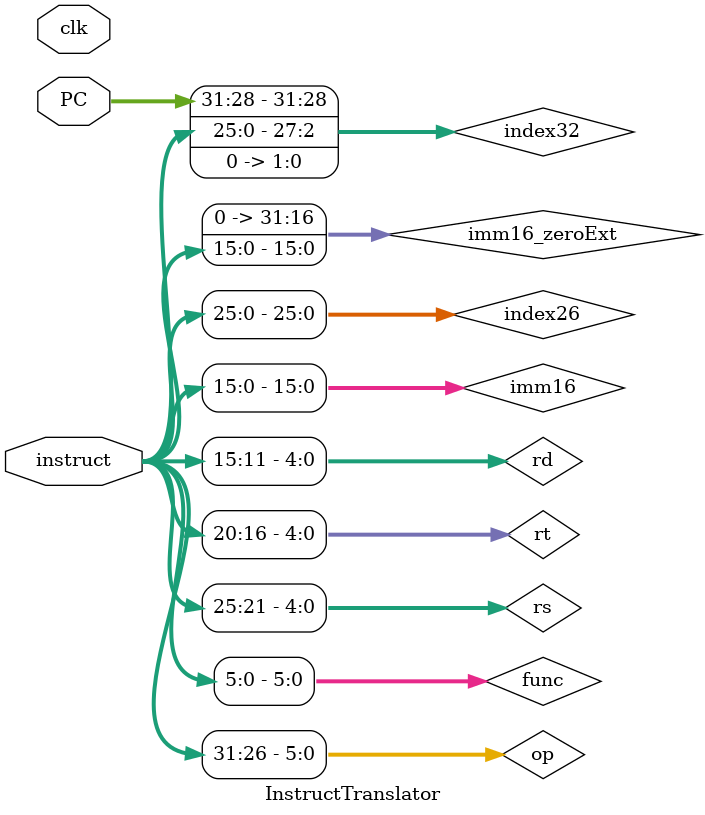
<source format=v>
`timescale 1ns / 1ps

//ALUctrl
`define ALU_ADD 3'b000
`define ALU_SUB 3'b001
`define ALU_OR 3'b010
`define ALU_NOP 3'b111

//op
`define special 6'b000000
`define ori 6'b001101
`define lw 6'b100011
`define sw 6'b101011
`define beq 6'b000100
`define lui 6'b001111
`define jal 6'b000011

//func
`define add 6'b100000
`define sub 6'b100010
`define jr 6'b001000

module InstructTranslator(
    input [31:0] instruct,
    input [31:0] PC,
    input clk
    );

    wire [5:0] op;
    wire [5:0] func;

    assign op = instruct[31:26];
    assign func = instruct[5:0];
    //instruct signal
    wire [4:0] rs;
    wire [4:0] rt;
    wire [4:0] rd;
    wire [15:0] imm16;
    wire [25:0] index26;
    wire [31:0] index32;
    reg [31:0] imm16_signExt;
    reg [31:0] imm16_zeroExt;
    //init
    assign rs = instruct[25:21];
    assign rt = instruct[20:16];
    assign rd = instruct[15:11];
    assign imm16 = instruct[15:0];
    assign index26 = instruct[25:0];
    assign index32 = {PC[31:28], index26, 2'b00};

    always @(*) begin
        
        imm16_zeroExt = {{16{1'b0}}, imm16};
        if(imm16[15] == 0)
            imm16_signExt = {{16{1'b0}}, imm16};
        else
            imm16_signExt = {{16{1'b1}}, imm16};

    end

    always @(posedge clk) begin


        if(op == `special) begin
            if(func == `add)
                $display("at ins: %h: @%h: add $%d, $%d, $%d", instruct, PC, rd, rs, rt);
            else if(func == `sub)
                $display("at ins: %h: @%h: sub $%d, $%d, $%d", instruct, PC, rd, rs, rt);
            else if(func == `jr)
                $display("at ins: %h: @%h: jr $%d", instruct, PC, rs);
        end
        else begin
            if(op == `ori)
                $display("at ins: %h: @%h: ori $%d, $%d, %h", instruct, PC, rt, rs, imm16_zeroExt);
            else if (op == `lw)
                $display("at ins: %h: @%h: lw $%d, %h($%d)", instruct, PC, rt, imm16_signExt, rs);
            else if (op == `sw)
                $display("at ins: %h: @%h: sw $%d, %h($%d)", instruct, PC, rt, imm16_signExt, rs);
            else if (op == `beq)
                $display("at ins: %h: @%h: beq $%d, $%d, %h -> %h", instruct, PC, rs, rt, imm16_signExt, PC + 4 + (imm16_signExt << 2));
            else if (op == `lui)
                $display("at ins: %h: @%h: lui $%d, %h", instruct, PC, rt, imm16_zeroExt);
            else if (op == `jal)
                $display("at ins: %h: @%h: jal %h -> %h", instruct, PC, index26, index32);
        end
    end

endmodule

</source>
